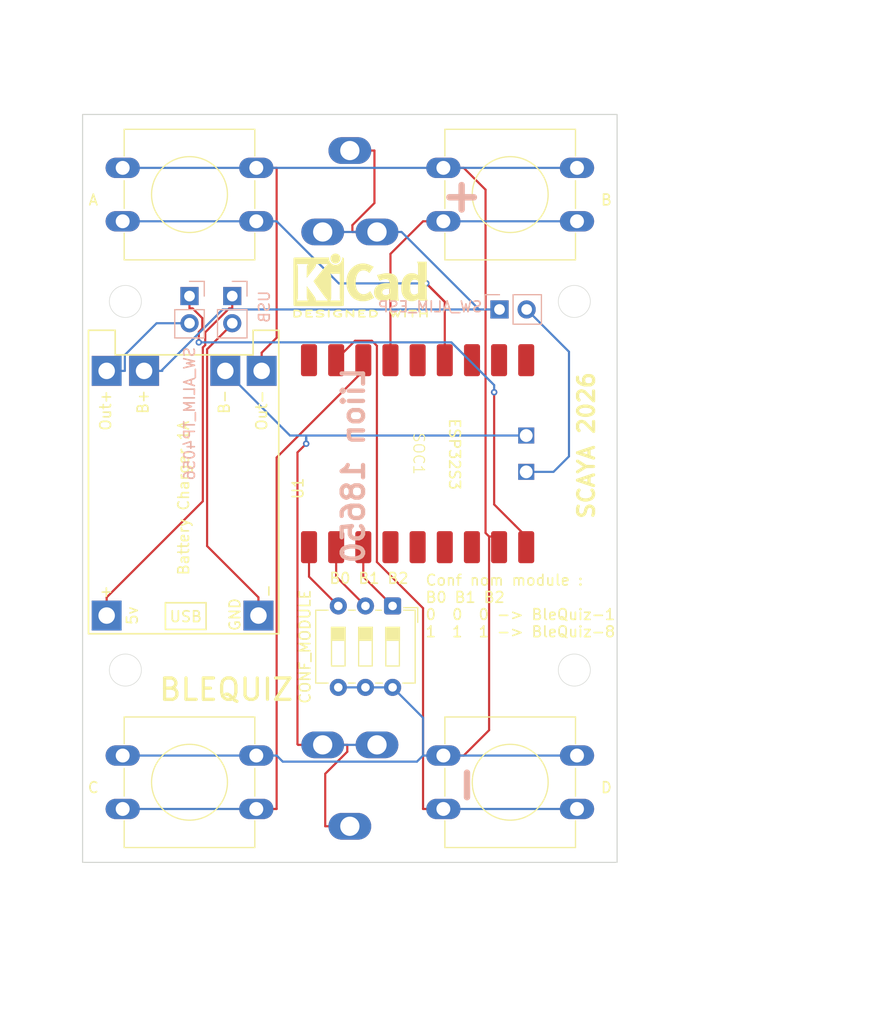
<source format=kicad_pcb>
(kicad_pcb (version 20241229) (generator "pcbnew") (generator_version "9.0")
  (layers (0 "F.Cu" signal) (2 "B.Cu" signal) (13 "F.Paste" user) (15 "B.Paste" user) (5 "F.SilkS" user "F.Silkscreen") (7 "B.SilkS" user "B.Silkscreen") (1 "F.Mask" user) (3 "B.Mask" user) (25 "Edge.Cuts" user))
  (net 0 "")
  (net 1 "Net-(BT1-+)")
  (net 2 "Net-(BT1--)")
  (net 3 "Net-(J1-Pin_1)")
  (net 4 "Net-(J1-Pin_2)")
  (net 5 "Net-(SW1-A)")
  (net 7 "Net-(SOC1-Pad5)")
  (net 8 "GND")
  (net 9 "Net-(SOC1-Pad4)")
  (net 10 "Net-(SOC1-Pad8)")
  (net 12 "Net-(SW7-B)")
  (net 16 "Net-(SOC1-Pad6)")
  (net 17 "Net-(SOC1-Pad2)")
  (net 20 "Net-(SOC1-Pad9)")
  (net 21 "Net-(SOC1-Pad10)")
  (net 24 "Net-(SW1-B)")
  (footprint "Symbol:KiCad-Logo2_5mm_SilkScreen" (layer "F.Cu") (at 100 81)
    (property "Reference" "REF**" (hide yes))
    (property "Value" "KiCad-Logo2_5mm_SilkScreen" (hide yes))
  )
  (footprint "TP4056-18650:TP4056-18650" (layer "F.Cu") (at 74.55 113.6 90)
    (property "Reference" "U1" (at 13.6 19.6 90) (layer "F.SilkS"))
    (property "Value" "TP4056")
    (fp_text user "USB" (at 1.6 9.1 0) (layer "F.SilkS"))
    (fp_text user "B+" (at 21.7 5.1 90) (layer "F.SilkS"))
    (fp_text user "Out-" (at 20.9 16.2 90) (layer "F.SilkS"))
    (fp_text user "Out+" (at 20.9 1.6 90) (layer "F.SilkS"))
    (fp_text user "GND" (at 1.8 13.7 90) (layer "F.SilkS"))
    (fp_text user "5v" (at 1.7 4.1 90) (layer "F.SilkS"))
    (fp_text user "Battery Charger 1A" (at 12.7 8.9 90) (layer "F.SilkS"))
    (fp_text user "B-" (at 21.7 12.7 90) (layer "F.SilkS"))
    (fp_text user "-" (at 4 16.8 90) (layer "F.SilkS"))
    (fp_text user "+" (at 3.9 1.6 90) (layer "F.SilkS"))
    (pad "1" thru_hole rect (at 1.7 1.7 90) (size 2.8 2.8) (drill 1.54) (layers "*.Cu" "*.Mask") (net 3 "Net-(J1-Pin_1)"))
    (pad "2" thru_hole rect (at 1.7 15.9 90) (size 2.8 2.8) (drill 1.54) (layers "*.Cu" "*.Mask") (net 4 "Net-(J1-Pin_2)"))
    (pad "3" thru_hole rect (at 24.6 1.7 90) (size 2.8 2.8) (drill 1.54) (layers "*.Cu" "*.Mask") (net 24 "Net-(SW1-B)"))
    (pad "4" thru_hole rect (at 24.6 16.2 90) (size 2.8 2.8) (drill 1.54) (layers "*.Cu" "*.Mask") (net 8 "GND"))
    (pad "5" thru_hole rect (at 24.6 5.2 90) (size 2.8 2.8) (drill 1.54) (layers "*.Cu" "*.Mask") (net 1 "Net-(BT1-+)"))
    (pad "6" thru_hole rect (at 24.6 12.8 90) (size 2.8 2.8) (drill 1.54) (layers "*.Cu" "*.Mask") (net 2 "Net-(BT1--)"))
  )
  (footprint "ESP32_boards:ESP32S3_supermini" (layer "F.Cu") (at 105.45 96.75 -90)
    (property "Reference" "SOC1" (at 0 0 270) (layer "F.SilkS") (effects (font (thickness 0.1))))
    (property "Value" "ESP32S3" (at 0.05 -3.35 270) (layer "F.SilkS"))
    (pad "1" smd roundrect (at -7.75 -4.98 270) (size 3 1.5) (drill (offset -1 0)) (layers "F.Cu" "F.Mask" "F.Paste") (roundrect_rratio 0.15))
    (pad "2" smd roundrect (at -7.75 -2.43 270) (size 3 1.5) (drill (offset -1 0)) (layers "F.Cu" "F.Mask" "F.Paste") (roundrect_rratio 0.15) (net 17 "Net-(SOC1-Pad2)"))
    (pad "3" smd roundrect (at -7.75 0.11 270) (size 3 1.5) (drill (offset -1 0)) (layers "F.Cu" "F.Mask" "F.Paste") (roundrect_rratio 0.15))
    (pad "3.3V" smd roundrect (at 7.75 -4.97 270) (size 3 1.5) (drill (offset 1 0)) (layers "F.Cu" "F.Mask" "F.Paste") (roundrect_rratio 0.15))
    (pad "4" smd roundrect (at -7.75 2.65 270) (size 3 1.5) (drill (offset -1 0)) (layers "F.Cu" "F.Mask" "F.Paste") (roundrect_rratio 0.15) (net 9 "Net-(SOC1-Pad4)"))
    (pad "5" smd roundrect (at -7.75 5.19 270) (size 3 1.5) (drill (offset -1 0)) (layers "F.Cu" "F.Mask" "F.Paste") (roundrect_rratio 0.15) (net 7 "Net-(SOC1-Pad5)"))
    (pad "5V" smd roundrect (at 7.75 -10.05 270) (size 3 1.5) (drill (offset 1 0)) (layers "F.Cu" "F.Mask" "F.Paste") (roundrect_rratio 0.15) (net 5 "Net-(SW1-A)"))
    (pad "6" smd roundrect (at -7.75 7.73 270) (size 3 1.5) (drill (offset -1 0)) (layers "F.Cu" "F.Mask" "F.Paste") (roundrect_rratio 0.15) (net 16 "Net-(SOC1-Pad6)"))
    (pad "7" smd roundrect (at -7.75 10.27 270) (size 3 1.5) (drill (offset -1 0)) (layers "F.Cu" "F.Mask" "F.Paste") (roundrect_rratio 0.15))
    (pad "8" smd roundrect (at 7.75 10.27 270) (size 3 1.5) (drill (offset 1 0)) (layers "F.Cu" "F.Mask" "F.Paste") (roundrect_rratio 0.15) (net 10 "Net-(SOC1-Pad8)"))
    (pad "9" smd roundrect (at 7.75 7.73 270) (size 3 1.5) (drill (offset 1 0)) (layers "F.Cu" "F.Mask" "F.Paste") (roundrect_rratio 0.15) (net 20 "Net-(SOC1-Pad9)"))
    (pad "10" smd roundrect (at 7.75 5.19 270) (size 3 1.5) (drill (offset 1 0)) (layers "F.Cu" "F.Mask" "F.Paste") (roundrect_rratio 0.15) (net 21 "Net-(SOC1-Pad10)"))
    (pad "11" smd roundrect (at 7.75 2.65 270) (size 3 1.5) (drill (offset 1 0)) (layers "F.Cu" "F.Mask" "F.Paste") (roundrect_rratio 0.15))
    (pad "12" smd roundrect (at 7.75 0.11 270) (size 3 1.5) (drill (offset 1 0)) (layers "F.Cu" "F.Mask" "F.Paste") (roundrect_rratio 0.15))
    (pad "13" smd roundrect (at 7.75 -2.43 270) (size 3 1.5) (drill (offset 1 0)) (layers "F.Cu" "F.Mask" "F.Paste") (roundrect_rratio 0.15))
    (pad "B+" thru_hole rect (at 1.7 -10.05 270) (size 1.5 1.5) (drill 1.2) (layers "*.Cu" "*.Mask") (net 12 "Net-(SW7-B)"))
    (pad "B-" thru_hole rect (at -1.7 -10.05 270) (size 1.5 1.5) (drill 1.2) (layers "*.Cu" "*.Mask") (net 2 "Net-(BT1--)"))
    (pad "GND" smd roundrect (at 7.75 -7.51 270) (size 3 1.5) (drill (offset 1 0)) (layers "F.Cu" "F.Mask" "F.Paste") (roundrect_rratio 0.15) (net 8 "GND"))
    (pad "RX" smd roundrect (at -7.75 -7.51 270) (size 3 1.5) (drill (offset -1 0)) (layers "F.Cu" "F.Mask" "F.Paste") (roundrect_rratio 0.15))
    (pad "TX" smd roundrect (at -7.75 -10.05 270) (size 3 1.5) (drill (offset -1 0)) (layers "F.Cu" "F.Mask" "F.Paste") (roundrect_rratio 0.15))
  )
  (footprint "SW_PUSH-12mm:SW_PUSH-12mm" (layer "F.Cu") (at 77.75 70)
    (property "Reference" "SW3" (hide yes))
    (property "Value" "A" (at -2.75 3 0) (layer "F.SilkS"))
    (pad "1" thru_hole oval (at 0 0) (size 3.2 1.9) (drill 1.3) (layers "*.Cu" "*.Mask") (net 8 "GND"))
    (pad "1" thru_hole oval (at 12.5 0) (size 3.2 1.9) (drill 1.3) (layers "*.Cu" "*.Mask") (net 8 "GND"))
    (pad "2" thru_hole oval (at 0 5) (size 3.2 1.9) (drill 1.3) (layers "*.Cu" "*.Mask") (net 17 "Net-(SOC1-Pad2)"))
    (pad "2" thru_hole oval (at 12.5 5) (size 3.2 1.9) (drill 1.3) (layers "*.Cu" "*.Mask") (net 17 "Net-(SOC1-Pad2)"))
  )
  (footprint "SW_PUSH-12mm:SW_PUSH-12mm" (layer "F.Cu") (at 77.75 125)
    (property "Reference" "SW4" (hide yes))
    (property "Value" "C" (at -2.75 3 0) (layer "F.SilkS"))
    (pad "1" thru_hole oval (at 0 0) (size 3.2 1.9) (drill 1.3) (layers "*.Cu" "*.Mask") (net 8 "GND"))
    (pad "1" thru_hole oval (at 12.5 0) (size 3.2 1.9) (drill 1.3) (layers "*.Cu" "*.Mask") (net 8 "GND"))
    (pad "2" thru_hole oval (at 0 5) (size 3.2 1.9) (drill 1.3) (layers "*.Cu" "*.Mask") (net 7 "Net-(SOC1-Pad5)"))
    (pad "2" thru_hole oval (at 12.5 5) (size 3.2 1.9) (drill 1.3) (layers "*.Cu" "*.Mask") (net 7 "Net-(SOC1-Pad5)"))
  )
  (footprint "SW_PUSH-12mm:SW_PUSH-12mm" (layer "F.Cu") (at 107.75 125)
    (property "Reference" "SW5" (hide yes))
    (property "Value" "D" (at 15.25 3 0) (layer "F.SilkS"))
    (pad "1" thru_hole oval (at 0 0) (size 3.2 1.9) (drill 1.3) (layers "*.Cu" "*.Mask") (net 8 "GND"))
    (pad "1" thru_hole oval (at 12.5 0) (size 3.2 1.9) (drill 1.3) (layers "*.Cu" "*.Mask") (net 8 "GND"))
    (pad "2" thru_hole oval (at 0 5) (size 3.2 1.9) (drill 1.3) (layers "*.Cu" "*.Mask") (net 16 "Net-(SOC1-Pad6)"))
    (pad "2" thru_hole oval (at 12.5 5) (size 3.2 1.9) (drill 1.3) (layers "*.Cu" "*.Mask") (net 16 "Net-(SOC1-Pad6)"))
  )
  (footprint "SW_PUSH-12mm:SW_PUSH-12mm" (layer "F.Cu") (at 107.75 70)
    (property "Reference" "SW2" (hide yes))
    (property "Value" "B" (at 15.25 3 0) (layer "F.SilkS"))
    (pad "1" thru_hole oval (at 0 0) (size 3.2 1.9) (drill 1.3) (layers "*.Cu" "*.Mask") (net 8 "GND"))
    (pad "1" thru_hole oval (at 12.5 0) (size 3.2 1.9) (drill 1.3) (layers "*.Cu" "*.Mask") (net 8 "GND"))
    (pad "2" thru_hole oval (at 0 5) (size 3.2 1.9) (drill 1.3) (layers "*.Cu" "*.Mask") (net 9 "Net-(SOC1-Pad4)"))
    (pad "2" thru_hole oval (at 12.5 5) (size 3.2 1.9) (drill 1.3) (layers "*.Cu" "*.Mask") (net 9 "Net-(SOC1-Pad4)"))
  )
  (footprint "Button_Switch_THT:SW_DIP_SPSTx03_Slide_6.7x9.18mm_W7.62mm_P2.54mm_LowProfile" (layer "F.Cu") (at 103 111 -90)
    (property "Reference" "SW6" (hide yes))
    (property "Value" "CONF_MODULE" (at 3.81 8.19 90) (layer "F.SilkS"))
    (pad "1" thru_hole roundrect (at 0 0 270) (size 1.6 1.6) (drill 0.8) (layers "*.Cu" "*.Mask") (roundrect_rratio 0.15625) (net 21 "Net-(SOC1-Pad10)"))
    (pad "2" thru_hole circle (at 0 2.54 270) (size 1.6 1.6) (drill 0.8) (layers "*.Cu" "*.Mask") (net 20 "Net-(SOC1-Pad9)"))
    (pad "3" thru_hole circle (at 0 5.08 270) (size 1.6 1.6) (drill 0.8) (layers "*.Cu" "*.Mask") (net 10 "Net-(SOC1-Pad8)"))
    (pad "4" thru_hole circle (at 7.62 5.08 270) (size 1.6 1.6) (drill 0.8) (layers "*.Cu" "*.Mask") (net 8 "GND"))
    (pad "5" thru_hole circle (at 7.62 2.54 270) (size 1.6 1.6) (drill 0.8) (layers "*.Cu" "*.Mask") (net 8 "GND"))
    (pad "6" thru_hole circle (at 7.62 0 270) (size 1.6 1.6) (drill 0.8) (layers "*.Cu" "*.Mask") (net 8 "GND"))
  )
  (footprint "TP4056-18650:18650_support" (layer "B.Cu") (at 99 100 -90)
    (property "Reference" "BT1" (hide yes))
    (property "Value" "LIION")
    (fp_text user "+" (at -29.5 -12 90) (layer "B.SilkS") (effects (font (size 3 3) (thickness 0.6) (bold yes)) (justify left bottom mirror)))
    (fp_text user "-" (at 25.5 -12.5 90) (layer "B.SilkS") (effects (font (size 3 3) (thickness 0.6) (bold yes)) (justify left bottom mirror)))
    (pad "1" thru_hole oval (at -31.62 0 270) (size 2.5 4) (drill 1.8) (layers "*.Cu" "*.Mask") (net 1 "Net-(BT1-+)"))
    (pad "1" thru_hole oval (at -24 -2.54 270) (size 2.5 4) (drill 1.8) (layers "*.Cu" "*.Mask") (net 1 "Net-(BT1-+)"))
    (pad "1" thru_hole oval (at -24 2.54 270) (size 2.5 4) (drill 1.8) (layers "*.Cu" "*.Mask") (net 1 "Net-(BT1-+)"))
    (pad "2" thru_hole oval (at 24 -2.54 270) (size 2.5 4) (drill 1.8) (layers "*.Cu" "*.Mask") (net 2 "Net-(BT1--)"))
    (pad "2" thru_hole oval (at 24 2.54 270) (size 2.5 4) (drill 1.8) (layers "*.Cu" "*.Mask") (net 2 "Net-(BT1--)"))
    (pad "2" thru_hole oval (at 31.62 0 270) (size 2.5 4) (drill 1.8) (layers "*.Cu" "*.Mask") (net 2 "Net-(BT1--)"))
  )
  (footprint "Connector_PinHeader_2.54mm:PinHeader_1x02_P2.54mm_Vertical" (layer "B.Cu") (at 113 83.25 -90)
    (property "Reference" "SW7" (hide yes))
    (property "Value" "SW_ALIM_ESP" (at -0.25 6.5 0) (layer "B.SilkS") (effects (justify mirror)))
    (pad "1" thru_hole rect (at 0 0 270) (size 1.7 1.7) (drill 1) (layers "*.Cu" "*.Mask") (net 1 "Net-(BT1-+)"))
    (pad "2" thru_hole circle (at 0 -2.54 270) (size 1.7 1.7) (drill 1) (layers "*.Cu" "*.Mask") (net 12 "Net-(SW7-B)"))
  )
  (footprint "Connector_PinHeader_2.54mm:PinHeader_1x02_P2.54mm_Vertical" (layer "B.Cu") (at 88 82 180)
    (property "Reference" "J1" (hide yes))
    (property "Value" "USB" (at -3 -1 90) (layer "B.SilkS") (effects (justify mirror)))
    (pad "1" thru_hole rect (at 0 0 180) (size 1.7 1.7) (drill 1) (layers "*.Cu" "*.Mask") (net 3 "Net-(J1-Pin_1)"))
    (pad "2" thru_hole circle (at 0 -2.54 180) (size 1.7 1.7) (drill 1) (layers "*.Cu" "*.Mask") (net 4 "Net-(J1-Pin_2)"))
  )
  (footprint "Connector_PinHeader_2.54mm:PinHeader_1x02_P2.54mm_Vertical" (layer "B.Cu") (at 84 82 180)
    (property "Reference" "SW1" (hide yes))
    (property "Value" "SW_ALIM_TP4056" (at 0 -11 90) (layer "B.SilkS") (effects (justify mirror)))
    (pad "1" thru_hole rect (at 0 0 180) (size 1.7 1.7) (drill 1) (layers "*.Cu" "*.Mask") (net 5 "Net-(SW1-A)"))
    (pad "2" thru_hole circle (at 0 -2.54 180) (size 1.7 1.7) (drill 1) (layers "*.Cu" "*.Mask") (net 24 "Net-(SW1-B)"))
  )
  (gr_circle (center 120 117) (end 121.5 117) (stroke (width 0.05)) (fill no) (layer "Edge.Cuts"))
  (gr_rect (start 74 65) (end 124 135) (stroke (width 0.1)) (fill no) (layer "Edge.Cuts"))
  (gr_circle (center 78 82.5) (end 79.5 82.5) (stroke (width 0.05)) (fill no) (layer "Edge.Cuts"))
  (gr_circle (center 78 117) (end 79.5 117) (stroke (width 0.05)) (fill no) (layer "Edge.Cuts"))
  (gr_circle (center 120 82.5) (end 121.5 82.5) (stroke (width 0.05)) (fill no) (layer "Edge.Cuts"))
  (gr_text "Conf nom module :\nB0 B1 B2\n0  0  0 -> BleQuiz-1\n1  1  1 -> BleQuiz-8\n" (at 106 114 0) (layer "F.SilkS") (effects (font (size 1 1)) (justify left bottom)))
  (gr_text "B0 B1 B2" (at 97 109 0) (layer "F.SilkS") (effects (font (size 1 1)) (justify left bottom)))
  (gr_text "SCAYA 2026" (at 122 103 90) (layer "F.SilkS") (effects (font (size 1.5 1.5) (thickness 0.3) (bold yes)) (justify left bottom)))
  (gr_text "BLEQUIZ" (at 81 120 0) (layer "F.SilkS") (effects (font (size 2 2) (thickness 0.3) (bold yes)) (justify left bottom)))
  (gr_text "Liion 18650" (at 100.5 88.5 90) (layer "B.SilkS") (effects (font (size 2 2) (thickness 0.4) (bold yes)) (justify left bottom mirror)))
  (segment (start 101.54 76) (end 99.2383 76) (width 0.2) (layer "F.Cu") (net 1))
  (segment (start 101.3017 68.38) (end 101.3017 73.2938) (width 0.2) (layer "F.Cu") (net 1))
  (segment (start 99.2383 75.3572) (end 99.2383 76) (width 0.2) (layer "F.Cu") (net 1))
  (segment (start 101.3017 73.2938) (end 99.2383 75.3572) (width 0.2) (layer "F.Cu") (net 1))
  (segment (start 99 68.38) (end 101.3017 68.38) (width 0.2) (layer "F.Cu") (net 1))
  (segment (start 101.54 76) (end 103.8417 76) (width 0.2) (layer "B.Cu") (net 1))
  (segment (start 96.46 76) (end 101.54 76) (width 0.2) (layer "B.Cu") (net 1))
  (segment (start 111.0917 83.25) (end 103.8417 76) (width 0.2) (layer "B.Cu") (net 1))
  (segment (start 87.1002 83.25) (end 81.4517 88.8985) (width 0.2) (layer "B.Cu") (net 1))
  (segment (start 79.75 89) (end 81.4517 89) (width 0.2) (layer "B.Cu") (net 1))
  (segment (start 111.0917 83.25) (end 113 83.25) (width 0.2) (layer "B.Cu") (net 1))
  (segment (start 111.0917 83.25) (end 87.1002 83.25) (width 0.2) (layer "B.Cu") (net 1))
  (segment (start 81.4517 88.8985) (end 81.4517 89) (width 0.2) (layer "B.Cu") (net 1))
  (segment (start 94.1009 96.6324) (end 94.1009 123.9426) (width 0.2) (layer "F.Cu") (net 2))
  (segment (start 98.7617 124.6428) (end 98.7617 124) (width 0.2) (layer "F.Cu") (net 2))
  (segment (start 96.6983 131.62) (end 96.6983 126.7062) (width 0.2) (layer "F.Cu") (net 2))
  (segment (start 96.46 124) (end 94.1583 124) (width 0.2) (layer "F.Cu") (net 2))
  (segment (start 94.9169 95.8164) (end 94.1009 96.6324) (width 0.2) (layer "F.Cu") (net 2))
  (segment (start 96.6983 126.7062) (end 98.7617 124.6428) (width 0.2) (layer "F.Cu") (net 2))
  (segment (start 94.1009 123.9426) (end 94.1583 124) (width 0.2) (layer "F.Cu") (net 2))
  (segment (start 96.46 124) (end 98.7617 124) (width 0.2) (layer "F.Cu") (net 2))
  (segment (start 99 131.62) (end 96.6983 131.62) (width 0.2) (layer "F.Cu") (net 2))
  (via (at 94.9169 95.8164) (size 0.6) (drill 0.3) (layers "F.Cu" "B.Cu") (net 2))
  (segment (start 95.21 95.05) (end 95.1687 95.05) (width 0.2) (layer "B.Cu") (net 2))
  (segment (start 115.5 95.05) (end 95.21 95.05) (width 0.2) (layer "B.Cu") (net 2))
  (segment (start 96.46 124) (end 101.54 124) (width 0.2) (layer "B.Cu") (net 2))
  (segment (start 94.9169 95.05) (end 94.9169 95.8164) (width 0.2) (layer "B.Cu") (net 2))
  (segment (start 94.9169 95.05) (end 93.4 95.05) (width 0.2) (layer "B.Cu") (net 2))
  (segment (start 95.1687 95.05) (end 94.9169 95.05) (width 0.2) (layer "B.Cu") (net 2))
  (segment (start 94.9169 95.8164) (end 94.9169 95.2416) (width 0.2) (layer "B.Cu") (net 2))
  (segment (start 93.4 95.05) (end 87.35 89) (width 0.2) (layer "B.Cu") (net 2))
  (segment (start 94.9169 95.2416) (end 94.9169 95.8164) (width 0.2) (layer "B.Cu") (net 2))
  (segment (start 76.25 110.1983) (end 85.2466 101.2017) (width 0.2) (layer "F.Cu") (net 3))
  (segment (start 85.472 86.5799) (end 85.472 85.3918) (width 0.2) (layer "F.Cu") (net 3))
  (segment (start 88 82) (end 88 83.1517) (width 0.2) (layer "F.Cu") (net 3))
  (segment (start 87.7121 83.1517) (end 88 83.1517) (width 0.2) (layer "F.Cu") (net 3))
  (segment (start 85.472 85.3918) (end 87.7121 83.1517) (width 0.2) (layer "F.Cu") (net 3))
  (segment (start 85.2466 86.8053) (end 85.472 86.5799) (width 0.2) (layer "F.Cu") (net 3))
  (segment (start 76.25 111.9) (end 76.25 110.1983) (width 0.2) (layer "F.Cu") (net 3))
  (segment (start 85.2466 101.2017) (end 85.2466 86.8053) (width 0.2) (layer "F.Cu") (net 3))
  (segment (start 85.6483 105.3966) (end 85.6483 86.9716) (width 0.2) (layer "F.Cu") (net 4))
  (segment (start 90.45 110.1983) (end 85.6483 105.3966) (width 0.2) (layer "F.Cu") (net 4))
  (segment (start 85.6483 86.9716) (end 88 84.6199) (width 0.2) (layer "F.Cu") (net 4))
  (segment (start 88 84.6199) (end 88 84.54) (width 0.2) (layer "F.Cu") (net 4))
  (segment (start 90.45 111.9) (end 90.45 110.1983) (width 0.2) (layer "F.Cu") (net 4))
  (segment (start 114.4483 103.4483) (end 115.5 104.5) (width 0.2) (layer "F.Cu") (net 5))
  (segment (start 84.8703 85.3473) (end 84.8703 86.3307) (width 0.2) (layer "F.Cu") (net 5))
  (segment (start 84 83.1517) (end 84.2879 83.1517) (width 0.2) (layer "F.Cu") (net 5))
  (segment (start 85.1967 84.0605) (end 85.1967 85.0209) (width 0.2) (layer "F.Cu") (net 5))
  (segment (start 114.4483 103.4483) (end 112.5 101.5) (width 0.2) (layer "F.Cu") (net 5))
  (segment (start 85.1967 85.0209) (end 84.8703 85.3473) (width 0.2) (layer "F.Cu") (net 5))
  (segment (start 112.5 101.5) (end 112.5 91) (width 0.2) (layer "F.Cu") (net 5))
  (segment (start 84 82) (end 84 83.1517) (width 0.2) (layer "F.Cu") (net 5))
  (segment (start 84.2879 83.1517) (end 85.1967 84.0605) (width 0.2) (layer "F.Cu") (net 5))
  (via (at 112.5 91) (size 0.6) (drill 0.3) (layers "F.Cu" "B.Cu") (net 5))
  (via (at 84.8703 86.3307) (size 0.6) (drill 0.3) (layers "F.Cu" "B.Cu") (net 5))
  (segment (start 112.5 90.3307) (end 108.5 86.3307) (width 0.2) (layer "B.Cu") (net 5))
  (segment (start 112.5 91) (end 112.5 90.3307) (width 0.2) (layer "B.Cu") (net 5))
  (segment (start 84.8703 86.3307) (end 108.5 86.3307) (width 0.2) (layer "B.Cu") (net 5))
  (segment (start 92.1517 97.1083) (end 92.1517 130) (width 0.2) (layer "F.Cu") (net 7))
  (segment (start 100.26 89) (end 92.1517 97.1083) (width 0.2) (layer "F.Cu") (net 7))
  (segment (start 90.25 130) (end 92.1517 130) (width 0.2) (layer "F.Cu") (net 7))
  (segment (start 77.75 130) (end 90.25 130) (width 0.2) (layer "B.Cu") (net 7))
  (segment (start 90.75 89) (end 90.75 87.2983) (width 0.2) (layer "F.Cu") (net 8))
  (segment (start 111.695 104.1679) (end 112.0271 104.5) (width 0.2) (layer "F.Cu") (net 8))
  (segment (start 90.75 87.2983) (end 92.1517 85.8966) (width 0.2) (layer "F.Cu") (net 8))
  (segment (start 107.75 70) (end 109.6517 70) (width 0.2) (layer "F.Cu") (net 8))
  (segment (start 107.75 125) (end 109.6517 125) (width 0.2) (layer "F.Cu") (net 8))
  (segment (start 112.0271 104.5) (end 112.96 104.5) (width 0.2) (layer "F.Cu") (net 8))
  (segment (start 92.1517 85.8966) (end 92.1517 70) (width 0.2) (layer "F.Cu") (net 8))
  (segment (start 112.0271 122.6246) (end 109.6517 125) (width 0.2) (layer "F.Cu") (net 8))
  (segment (start 109.6517 70) (end 111.695 72.0433) (width 0.2) (layer "F.Cu") (net 8))
  (segment (start 112.0271 104.5) (end 112.0271 122.6246) (width 0.2) (layer "F.Cu") (net 8))
  (segment (start 90.25 70) (end 92.1517 70) (width 0.2) (layer "F.Cu") (net 8))
  (segment (start 111.695 72.0433) (end 111.695 104.1679) (width 0.2) (layer "F.Cu") (net 8))
  (segment (start 103 118.62) (end 100.46 118.62) (width 0.2) (layer "B.Cu") (net 8))
  (segment (start 77.75 125) (end 90.25 125) (width 0.2) (layer "B.Cu") (net 8))
  (segment (start 97.92 118.62) (end 100.46 118.62) (width 0.2) (layer "B.Cu") (net 8))
  (segment (start 107.75 125) (end 105.8483 125) (width 0.2) (layer "B.Cu") (net 8))
  (segment (start 107.75 125) (end 120.25 125) (width 0.2) (layer "B.Cu") (net 8))
  (segment (start 90.25 125) (end 92.1517 125) (width 0.2) (layer "B.Cu") (net 8))
  (segment (start 105.8483 125) (end 105.8483 121.4683) (width 0.2) (layer "B.Cu") (net 8))
  (segment (start 105.278 125.5703) (end 105.8483 125) (width 0.2) (layer "B.Cu") (net 8))
  (segment (start 120.25 70) (end 107.75 70) (width 0.2) (layer "B.Cu") (net 8))
  (segment (start 92.722 125.5703) (end 105.278 125.5703) (width 0.2) (layer "B.Cu") (net 8))
  (segment (start 90.25 70) (end 77.75 70) (width 0.2) (layer "B.Cu") (net 8))
  (segment (start 105.8483 121.4683) (end 103 118.62) (width 0.2) (layer "B.Cu") (net 8))
  (segment (start 90.25 70) (end 107.75 70) (width 0.2) (layer "B.Cu") (net 8))
  (segment (start 92.1517 125) (end 92.722 125.5703) (width 0.2) (layer "B.Cu") (net 8))
  (segment (start 102.8 78.0483) (end 105.8483 75) (width 0.2) (layer "F.Cu") (net 9))
  (segment (start 107.75 75) (end 105.8483 75) (width 0.2) (layer "F.Cu") (net 9))
  (segment (start 102.8 89) (end 102.8 78.0483) (width 0.2) (layer "F.Cu") (net 9))
  (segment (start 107.75 75) (end 120.25 75) (width 0.2) (layer "B.Cu") (net 9))
  (segment (start 95.18 108.26) (end 95.18 104.5) (width 0.2) (layer "F.Cu") (net 10))
  (segment (start 97.92 111) (end 95.18 108.26) (width 0.2) (layer "F.Cu") (net 10))
  (segment (start 115.54 83.25) (end 116.04 83.25) (width 0.2) (layer "F.Cu") (net 12))
  (segment (start 115.54 83.25) (end 119.5 87.21) (width 0.2) (layer "B.Cu") (net 12))
  (segment (start 118.05 98.45) (end 115.5 98.45) (width 0.2) (layer "B.Cu") (net 12))
  (segment (start 119.5 87.21) (end 119.5 97) (width 0.2) (layer "B.Cu") (net 12))
  (segment (start 119.5 97) (end 118.05 98.45) (width 0.2) (layer "B.Cu") (net 12))
  (segment (start 101.53 106.8853) (end 105.8483 111.2036) (width 0.2) (layer "F.Cu") (net 16))
  (segment (start 97.72 87.9498) (end 99.4892 86.1806) (width 0.2) (layer "F.Cu") (net 16))
  (segment (start 99.4892 86.1806) (end 101.059 86.1806) (width 0.2) (layer "F.Cu") (net 16))
  (segment (start 97.72 89) (end 97.72 87.9498) (width 0.2) (layer "F.Cu") (net 16))
  (segment (start 107.75 130) (end 105.8483 130) (width 0.2) (layer "F.Cu") (net 16))
  (segment (start 101.53 86.6516) (end 101.53 106.8853) (width 0.2) (layer "F.Cu") (net 16))
  (segment (start 105.8483 111.2036) (end 105.8483 130) (width 0.2) (layer "F.Cu") (net 16))
  (segment (start 101.059 86.1806) (end 101.53 86.6516) (width 0.2) (layer "F.Cu") (net 16))
  (segment (start 107.75 130) (end 120.25 130) (width 0.2) (layer "B.Cu") (net 16))
  (segment (start 106.1541 80.8119) (end 107.88 82.5378) (width 0.2) (layer "F.Cu") (net 17))
  (segment (start 107.88 89) (end 107.88 82.5378) (width 0.2) (layer "F.Cu") (net 17))
  (segment (start 107.88 82.5378) (end 106.1541 80.8119) (width 0.2) (layer "F.Cu") (net 17))
  (segment (start 107.88 82.5378) (end 106.1541 80.8119) (width 0.2) (layer "F.Cu") (net 17))
  (via (at 106.1541 80.8119) (size 0.6) (drill 0.3) (layers "F.Cu" "B.Cu") (net 17))
  (segment (start 106.1541 80.8119) (end 97.9636 80.8119) (width 0.2) (layer "B.Cu") (net 17))
  (segment (start 90.25 75) (end 92.1517 75) (width 0.2) (layer "B.Cu") (net 17))
  (segment (start 97.9636 80.8119) (end 92.1517 75) (width 0.2) (layer "B.Cu") (net 17))
  (segment (start 77.75 75) (end 90.25 75) (width 0.2) (layer "B.Cu") (net 17))
  (segment (start 97.72 104.5) (end 97.72 108.26) (width 0.2) (layer "F.Cu") (net 20))
  (segment (start 97.72 108.26) (end 100.46 111) (width 0.2) (layer "F.Cu") (net 20))
  (segment (start 103 111) (end 100.26 108.26) (width 0.2) (layer "F.Cu") (net 21))
  (segment (start 100.26 108.26) (end 100.26 104.5) (width 0.2) (layer "F.Cu") (net 21))
  (segment (start 76.25 89) (end 77.9517 89) (width 0.2) (layer "B.Cu") (net 24))
  (segment (start 77.9517 87.511) (end 80.9227 84.54) (width 0.2) (layer "B.Cu") (net 24))
  (segment (start 84 84.54) (end 80.9227 84.54) (width 0.2) (layer "B.Cu") (net 24))
  (segment (start 77.9517 89) (end 77.9517 87.511) (width 0.2) (layer "B.Cu") (net 24))
)
</source>
